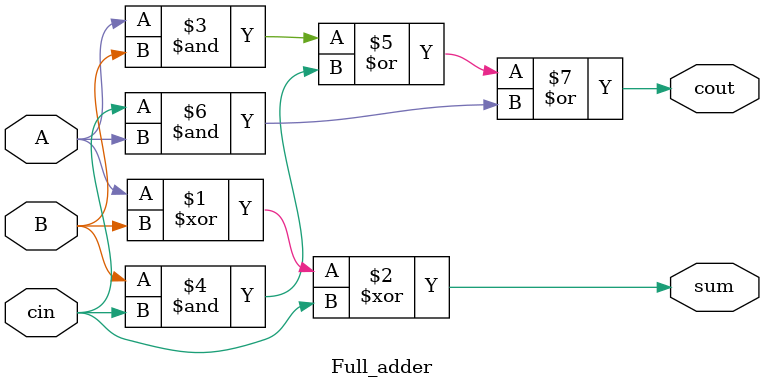
<source format=v>
`timescale 1ns / 1ps


module Full_adder(
    input A, B, cin,
    output sum, cout
    );
    
    assign sum = A ^ B ^ cin;
    assign cout = (A & B) | (B & cin) | (cin & A); 
endmodule

</source>
